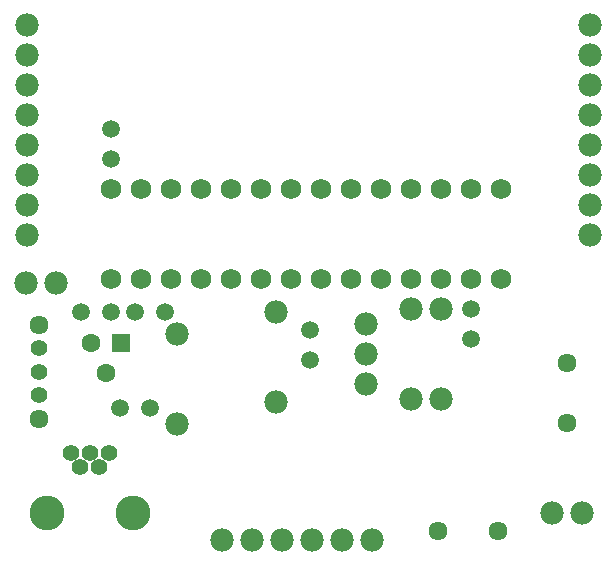
<source format=gbr>
G04 EAGLE Gerber X2 export*
%TF.Part,Single*%
%TF.FileFunction,Soldermask,Bot,1*%
%TF.FilePolarity,Negative*%
%TF.GenerationSoftware,Autodesk,EAGLE,8.7.1*%
%TF.CreationDate,2018-04-12T17:58:56Z*%
G75*
%MOMM*%
%FSLAX34Y34*%
%LPD*%
%AMOC8*
5,1,8,0,0,1.08239X$1,22.5*%
G01*
%ADD10C,1.981200*%
%ADD11C,1.727200*%
%ADD12C,1.609600*%
%ADD13C,1.509600*%
%ADD14R,1.600200X1.600200*%
%ADD15C,1.600200*%
%ADD16C,1.409600*%
%ADD17C,2.951600*%


D10*
X769214Y369011D03*
X769214Y292811D03*
D11*
X515214Y394411D03*
X540614Y394411D03*
X566014Y394411D03*
X591414Y394411D03*
X616814Y394411D03*
X642214Y394411D03*
X667614Y394411D03*
X693014Y394411D03*
X718414Y394411D03*
X743814Y394411D03*
X769214Y394411D03*
X794614Y394411D03*
X820014Y394411D03*
X845414Y394411D03*
X845414Y470611D03*
X820014Y470611D03*
X794614Y470611D03*
X769214Y470611D03*
X743814Y470611D03*
X718414Y470611D03*
X693014Y470611D03*
X667614Y470611D03*
X642214Y470611D03*
X616814Y470611D03*
X591414Y470611D03*
X566014Y470611D03*
X540614Y470611D03*
X515214Y470611D03*
D12*
X901294Y323291D03*
X901294Y272491D03*
D10*
X794614Y369011D03*
X794614Y292811D03*
X731114Y330911D03*
X731114Y305511D03*
X731114Y356311D03*
D13*
X515214Y521411D03*
X515214Y496011D03*
X820014Y369011D03*
X820014Y343611D03*
D14*
X524104Y339801D03*
D15*
X511404Y314401D03*
X498704Y339801D03*
D13*
X489814Y366471D03*
X515214Y366471D03*
X560934Y366471D03*
X535534Y366471D03*
X548234Y285191D03*
X522834Y285191D03*
D10*
X888594Y196291D03*
X913994Y196291D03*
D16*
X481434Y247291D03*
X497434Y247291D03*
X513434Y247291D03*
X489434Y235291D03*
X505434Y235291D03*
D17*
X533934Y196291D03*
X460934Y196291D03*
D16*
X454254Y315671D03*
X454254Y295671D03*
X454254Y335671D03*
D12*
X454254Y275671D03*
X454254Y355671D03*
D10*
X609194Y173431D03*
X634594Y173431D03*
X659994Y173431D03*
X685394Y173431D03*
X710794Y173431D03*
X736194Y173431D03*
X920750Y609600D03*
X920750Y584200D03*
X920750Y558800D03*
X920750Y533400D03*
X920750Y508000D03*
X920750Y482600D03*
X920750Y457200D03*
X920750Y431800D03*
X444500Y609600D03*
X444500Y584200D03*
X444500Y558800D03*
X444500Y533400D03*
X444500Y508000D03*
X444500Y482600D03*
X444500Y457200D03*
X444500Y431800D03*
X571094Y271221D03*
X571094Y347421D03*
X469189Y390754D03*
X443789Y390754D03*
D13*
X684200Y325526D03*
X684200Y350926D03*
D10*
X654914Y366471D03*
X654914Y290271D03*
D12*
X842874Y181051D03*
X792074Y181051D03*
M02*

</source>
